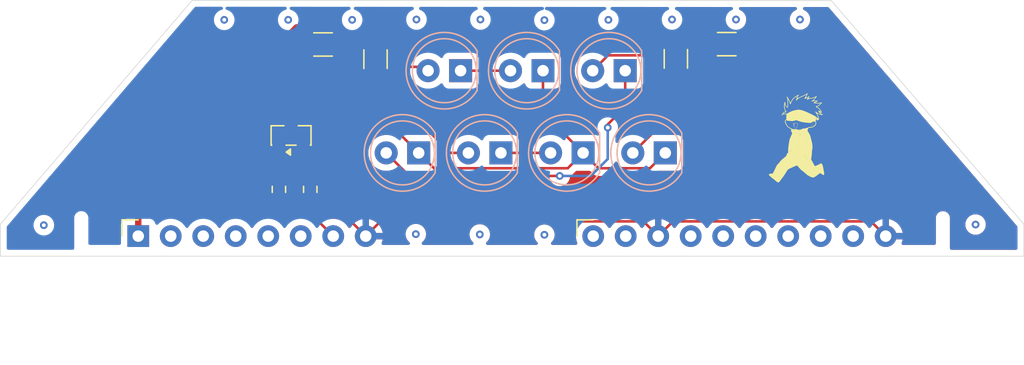
<source format=kicad_pcb>
(kicad_pcb (version 20241229) (generator "pcbnew") (generator_version "9.0")
  (layers (0 "F.Cu" signal) (2 "B.Cu" signal) (13 "F.Paste" user) (15 "B.Paste" user) (5 "F.SilkS" user "F.Silkscreen") (7 "B.SilkS" user "B.Silkscreen") (1 "F.Mask" user) (3 "B.Mask" user) (25 "Edge.Cuts" user))
  (net 0 "")
  (net 2 "GND")
  (net 5 "IR_EXT")
  (net 14 "+5V")
  (net 17 "Net-(D1-K)")
  (net 18 "Net-(D1-A)")
  (net 19 "Net-(D2-A)")
  (net 20 "Net-(D3-A)")
  (net 21 "Net-(D4-A)")
  (net 22 "Net-(D5-A)")
  (net 23 "Net-(D6-A)")
  (net 24 "Net-(D7-A)")
  (net 25 "Net-(Q5-G)")
  (footprint "Resistor_SMD:R_1206_3216Metric" (layer "F.Cu") (at 166.775 108.425)
    (property "Reference" "R1" (hide yes))
    (property "Value" "12" (hide yes))
    (pad "1" smd roundrect (at -1.4625 0) (size 1.125 1.75) (layers "F.Cu" "F.Mask" "F.Paste") (roundrect_rratio 0.222222) (net 14 "+5V"))
    (pad "2" smd roundrect (at 1.4625 0) (size 1.125 1.75) (layers "F.Cu" "F.Mask" "F.Paste") (roundrect_rratio 0.222222) (net 18 "Net-(D1-A)"))
  )
  (footprint "Resistor_SMD:R_1206_3216Metric" (layer "F.Cu") (at 162.8 109.575 -90)
    (property "Reference" "R3" (hide yes))
    (property "Value" "5.6" (hide yes))
    (pad "1" smd roundrect (at -1.4625 0 270) (size 1.125 1.75) (layers "F.Cu" "F.Mask" "F.Paste") (roundrect_rratio 0.222222) (net 14 "+5V"))
    (pad "2" smd roundrect (at 1.4625 0 270) (size 1.125 1.75) (layers "F.Cu" "F.Mask" "F.Paste") (roundrect_rratio 0.222222) (net 22 "Net-(D5-A)"))
  )
  (footprint "Package_TO_SOT_SMD:SOT-23" (layer "F.Cu") (at 132.725 115.5625 90)
    (property "Reference" "Q5" (hide yes))
    (property "Value" "Q_NMOS_GSD (RDs ON)" (hide yes))
    (pad "1" smd roundrect (at -0.9375 -0.95 90) (size 1.475 0.6) (layers "F.Cu" "F.Mask" "F.Paste") (net 25 "Net-(Q5-G)"))
    (pad "2" smd roundrect (at -0.9375 0.95 90) (size 1.475 0.6) (layers "F.Cu" "F.Mask" "F.Paste") (net 2 "GND"))
    (pad "3" smd roundrect (at 0.9375 0 90) (size 1.475 0.6) (layers "F.Cu" "F.Mask" "F.Paste") (net 17 "Net-(D1-K)"))
  )
  (footprint "Resistor_SMD:R_1206_3216Metric" (layer "F.Cu") (at 139.325 109.6 -90)
    (property "Reference" "R2" (hide yes))
    (property "Value" "5.6" (hide yes))
    (pad "1" smd roundrect (at -1.4625 0 270) (size 1.125 1.75) (layers "F.Cu" "F.Mask" "F.Paste") (roundrect_rratio 0.222222) (net 14 "+5V"))
    (pad "2" smd roundrect (at 1.4625 0 270) (size 1.125 1.75) (layers "F.Cu" "F.Mask" "F.Paste") (roundrect_rratio 0.222222) (net 20 "Net-(D3-A)"))
  )
  (footprint "Resistor_SMD:R_0603_1608Metric" (layer "F.Cu") (at 131.775 119.775 90)
    (property "Reference" "R7" (hide yes))
    (property "Value" "470" (hide yes))
    (pad "1" smd roundrect (at -0.825 0 90) (size 0.8 0.95) (layers "F.Cu" "F.Mask" "F.Paste") (net 5 "IR_EXT"))
    (pad "2" smd roundrect (at 0.825 0 90) (size 0.8 0.95) (layers "F.Cu" "F.Mask" "F.Paste") (net 25 "Net-(Q5-G)"))
  )
  (footprint "Resistor_SMD:R_0603_1608Metric" (layer "F.Cu") (at 134.225 119.775 -90)
    (property "Reference" "R5" (hide yes))
    (property "Value" "100k" (hide yes))
    (pad "1" smd roundrect (at -0.825 0 270) (size 0.8 0.95) (layers "F.Cu" "F.Mask" "F.Paste") (net 2 "GND"))
    (pad "2" smd roundrect (at 0.825 0 270) (size 0.8 0.95) (layers "F.Cu" "F.Mask" "F.Paste") (net 5 "IR_EXT"))
  )
  (footprint "Module:Flipper_Zero_Angled" (layer "F.Cu") (at 120.78 123.43)
    (property "Reference" "A1" (hide yes))
    (property "Value" "Flipper_Zero" (hide yes))
    (pad "1" thru_hole rect (at 0 0 90) (size 1.7 1.7) (drill 0.9) (layers "*.Cu" "*.Mask") (net 14 "+5V"))
    (pad "2" thru_hole oval (at 2.54 0 90) (size 1.7 1.7) (drill 0.9) (layers "*.Cu" "*.Mask"))
    (pad "3" thru_hole oval (at 5.08 0 90) (size 1.7 1.7) (drill 0.9) (layers "*.Cu" "*.Mask"))
    (pad "4" thru_hole oval (at 7.62 0 90) (size 1.7 1.7) (drill 0.9) (layers "*.Cu" "*.Mask"))
    (pad "5" thru_hole oval (at 10.16 0 90) (size 1.7 1.7) (drill 0.9) (layers "*.Cu" "*.Mask"))
    (pad "6" thru_hole oval (at 12.7 0 90) (size 1.7 1.7) (drill 0.9) (layers "*.Cu" "*.Mask"))
    (pad "7" thru_hole oval (at 15.24 0 90) (size 1.7 1.7) (drill 0.9) (layers "*.Cu" "*.Mask") (net 5 "IR_EXT"))
    (pad "8" thru_hole oval (at 17.78 0 90) (size 1.7 1.7) (drill 0.9) (layers "*.Cu" "*.Mask") (net 2 "GND"))
    (pad "9" thru_hole oval (at 35.56 0 90) (size 1.7 1.7) (drill 0.9) (layers "*.Cu" "*.Mask"))
    (pad "10" thru_hole oval (at 38.1 0 90) (size 1.7 1.7) (drill 0.9) (layers "*.Cu" "*.Mask"))
    (pad "11" thru_hole oval (at 40.64 0 90) (size 1.7 1.7) (drill 0.9) (layers "*.Cu" "*.Mask") (net 2 "GND"))
    (pad "12" thru_hole oval (at 43.18 0 90) (size 1.7 1.7) (drill 0.9) (layers "*.Cu" "*.Mask"))
    (pad "13" thru_hole oval (at 45.72 0 90) (size 1.7 1.7) (drill 0.9) (layers "*.Cu" "*.Mask"))
    (pad "14" thru_hole oval (at 48.26 0 90) (size 1.7 1.7) (drill 0.9) (layers "*.Cu" "*.Mask"))
    (pad "15" thru_hole oval (at 50.8 0 90) (size 1.7 1.7) (drill 0.9) (layers "*.Cu" "*.Mask"))
    (pad "16" thru_hole oval (at 53.34 0 90) (size 1.7 1.7) (drill 0.9) (layers "*.Cu" "*.Mask"))
    (pad "17" thru_hole oval (at 55.88 0 90) (size 1.7 1.7) (drill 0.9) (layers "*.Cu" "*.Mask"))
    (pad "18" thru_hole oval (at 58.42 0 90) (size 1.7 1.7) (drill 0.9) (layers "*.Cu" "*.Mask") (net 2 "GND"))
  )
  (footprint "Resistor_SMD:R_1206_3216Metric" (layer "F.Cu") (at 135.225 108.45 180)
    (property "Reference" "R4" (hide yes))
    (property "Value" "5.6" (hide yes))
    (pad "1" smd roundrect (at -1.4625 0 180) (size 1.125 1.75) (layers "F.Cu" "F.Mask" "F.Paste") (roundrect_rratio 0.222222) (net 14 "+5V"))
    (pad "2" smd roundrect (at 1.4625 0 180) (size 1.125 1.75) (layers "F.Cu" "F.Mask" "F.Paste") (roundrect_rratio 0.222222) (net 24 "Net-(D7-A)"))
  )
  (footprint "Graphics:larger baby gojo" (layer "F.Cu") (at 172.4 115.425)
    (property "Reference" "G***" (hide yes))
    (property "Value" "LOGO" (hide yes))
  )
  (footprint "LED_THT:LED_D5.0mm" (layer "B.Cu") (at 155.55 116.925 180)
    (property "Reference" "D2" (hide yes))
    (property "Value" "IR_LED_960nm" (hide yes))
    (pad "1" thru_hole rect (at 0 0 180) (size 1.8 1.8) (drill 0.9) (layers "*.Cu" "*.Mask") (net 17 "Net-(D1-K)"))
    (pad "2" thru_hole circle (at 2.54 0 180) (size 1.8 1.8) (drill 0.9) (layers "*.Cu" "*.Mask") (net 19 "Net-(D2-A)"))
  )
  (footprint "LED_THT:LED_D5.0mm" (layer "B.Cu") (at 158.84 110.5 180)
    (property "Reference" "D5" (hide yes))
    (property "Value" "IR_LED_960nm" (hide yes))
    (pad "1" thru_hole rect (at 0 0 180) (size 1.8 1.8) (drill 0.9) (layers "*.Cu" "*.Mask") (net 21 "Net-(D4-A)"))
    (pad "2" thru_hole circle (at 2.54 0 180) (size 1.8 1.8) (drill 0.9) (layers "*.Cu" "*.Mask") (net 22 "Net-(D5-A)"))
  )
  (footprint "LED_THT:LED_D5.0mm" (layer "B.Cu") (at 142.7 116.925 180)
    (property "Reference" "D4" (hide yes))
    (property "Value" "IR_LED_960nm" (hide yes))
    (pad "1" thru_hole rect (at 0 0 180) (size 1.8 1.8) (drill 0.9) (layers "*.Cu" "*.Mask") (net 17 "Net-(D1-K)"))
    (pad "2" thru_hole circle (at 2.54 0 180) (size 1.8 1.8) (drill 0.9) (layers "*.Cu" "*.Mask") (net 21 "Net-(D4-A)"))
  )
  (footprint "LED_THT:LED_D5.0mm" (layer "B.Cu") (at 152.415 110.5 180)
    (property "Reference" "D6" (hide yes))
    (property "Value" "IR_LED_960nm" (hide yes))
    (pad "1" thru_hole rect (at 0 0 180) (size 1.8 1.8) (drill 0.9) (layers "*.Cu" "*.Mask") (net 17 "Net-(D1-K)"))
    (pad "2" thru_hole circle (at 2.54 0 180) (size 1.8 1.8) (drill 0.9) (layers "*.Cu" "*.Mask") (net 23 "Net-(D6-A)"))
  )
  (footprint "LED_THT:LED_D5.0mm" (layer "B.Cu") (at 145.975 110.5 180)
    (property "Reference" "D7" (hide yes))
    (property "Value" "IR_LED_960nm" (hide yes))
    (pad "1" thru_hole rect (at 0 0 180) (size 1.8 1.8) (drill 0.9) (layers "*.Cu" "*.Mask") (net 23 "Net-(D6-A)"))
    (pad "2" thru_hole circle (at 2.54 0 180) (size 1.8 1.8) (drill 0.9) (layers "*.Cu" "*.Mask") (net 24 "Net-(D7-A)"))
  )
  (footprint "LED_THT:LED_D5.0mm" (layer "B.Cu") (at 149.125 116.925 180)
    (property "Reference" "D3" (hide yes))
    (property "Value" "IR_LED_960nm" (hide yes))
    (pad "1" thru_hole rect (at 0 0 180) (size 1.8 1.8) (drill 0.9) (layers "*.Cu" "*.Mask") (net 19 "Net-(D2-A)"))
    (pad "2" thru_hole circle (at 2.54 0 180) (size 1.8 1.8) (drill 0.9) (layers "*.Cu" "*.Mask") (net 20 "Net-(D3-A)"))
  )
  (footprint "LED_THT:LED_D5.0mm" (layer "B.Cu") (at 161.975 116.925 180)
    (property "Reference" "D1" (hide yes))
    (property "Value" "IR_LED_960nm" (hide yes))
    (pad "1" thru_hole rect (at 0 0 180) (size 1.8 1.8) (drill 0.9) (layers "*.Cu" "*.Mask") (net 17 "Net-(D1-K)"))
    (pad "2" thru_hole circle (at 2.54 0 180) (size 1.8 1.8) (drill 0.9) (layers "*.Cu" "*.Mask") (net 18 "Net-(D1-A)"))
  )
  (gr_line (start 110 125) (end 110 122.5) (stroke (width 0.05)) (layer "Edge.Cuts"))
  (gr_line (start 125 105) (end 174.95 105.025) (stroke (width 0.05)) (layer "Edge.Cuts"))
  (gr_line (start 190 122.5) (end 174.95 105.025) (stroke (width 0.05)) (layer "Edge.Cuts"))
  (gr_line (start 110 125) (end 190 125) (stroke (width 0.05)) (layer "Edge.Cuts"))
  (gr_line (start 110 122.5) (end 125 105) (stroke (width 0.05)) (layer "Edge.Cuts"))
  (gr_line (start 190 125) (end 190 122.5) (stroke (width 0.05)) (layer "Edge.Cuts"))
  (via (at 142.475 123.275) (size 0.6) (drill 0.3) (layers "F.Cu" "B.Cu") (net 0))
  (via (at 152.525 106.55) (size 0.6) (drill 0.3) (layers "F.Cu" "B.Cu") (net 0))
  (via (at 152.525 123.325) (size 0.6) (drill 0.3) (layers "F.Cu" "B.Cu") (net 0))
  (via (at 147.525 106.5) (size 0.6) (drill 0.3) (layers "F.Cu" "B.Cu") (net 0))
  (via (at 132.5 106.525) (size 0.6) (drill 0.3) (layers "F.Cu" "B.Cu") (net 0))
  (via (at 162.5 106.5) (size 0.6) (drill 0.3) (layers "F.Cu" "B.Cu") (net 0))
  (via (at 147.475 123.3) (size 0.6) (drill 0.3) (layers "F.Cu" "B.Cu") (net 0))
  (via (at 186.225 122.525) (size 0.6) (drill 0.3) (layers "F.Cu" "B.Cu") (net 0))
  (via (at 142.525 106.5) (size 0.6) (drill 0.3) (layers "F.Cu" "B.Cu") (net 0))
  (via (at 137.5 106.525) (size 0.6) (drill 0.3) (layers "F.Cu" "B.Cu") (net 0))
  (via (at 157.525 106.525) (size 0.6) (drill 0.3) (layers "F.Cu" "B.Cu") (net 0))
  (via (at 127.5 106.525) (size 0.6) (drill 0.3) (layers "F.Cu" "B.Cu") (net 0))
  (via (at 172.5 106.5) (size 0.6) (drill 0.3) (layers "F.Cu" "B.Cu") (net 0))
  (via (at 167.5 106.5) (size 0.6) (drill 0.3) (layers "F.Cu" "B.Cu") (net 0))
  (via (at 113.4 122.575) (size 0.6) (drill 0.3) (layers "F.Cu" "B.Cu") (net 0))
  (segment (start 134.225 119.095) (end 138.56 123.43) (width 0.2) (layer "F.Cu") (net 2))
  (segment (start 139.711 122.279) (end 160.269 122.279) (width 0.2) (layer "F.Cu") (net 2))
  (segment (start 178.049 122.279) (end 179.2 123.43) (width 0.2) (layer "F.Cu") (net 2))
  (segment (start 134.225 117.05) (end 133.675 116.5) (width 0.2) (layer "F.Cu") (net 2))
  (segment (start 134.225 118.95) (end 134.225 119.095) (width 0.2) (layer "F.Cu") (net 2))
  (segment (start 162.571 122.279) (end 178.049 122.279) (width 0.2) (layer "F.Cu") (net 2))
  (segment (start 134.225 118.95) (end 134.225 117.05) (width 0.2) (layer "F.Cu") (net 2))
  (segment (start 160.269 122.279) (end 161.42 123.43) (width 0.2) (layer "F.Cu") (net 2))
  (segment (start 161.42 123.43) (end 162.571 122.279) (width 0.2) (layer "F.Cu") (net 2))
  (segment (start 138.56 123.43) (end 139.711 122.279) (width 0.2) (layer "F.Cu") (net 2))
  (segment (start 136.02 123.43) (end 134.225 121.635) (width 0.2) (layer "F.Cu") (net 5))
  (segment (start 134.225 121.635) (end 134.225 120.6) (width 0.2) (layer "F.Cu") (net 5))
  (segment (start 134.225 120.6) (end 131.775 120.6) (width 0.2) (layer "F.Cu") (net 5))
  (segment (start 139.325 108.1375) (end 137 108.1375) (width 0.5) (layer "F.Cu") (net 14))
  (segment (start 136.6875 108.45) (end 135.3615 107.124) (width 0.5) (layer "F.Cu") (net 14))
  (segment (start 137 108.1375) (end 136.6875 108.45) (width 0.5) (layer "F.Cu") (net 14))
  (segment (start 133.152708 107.124) (end 120.78 119.496708) (width 0.5) (layer "F.Cu") (net 14))
  (segment (start 135.3615 107.124) (end 133.152708 107.124) (width 0.5) (layer "F.Cu") (net 14))
  (segment (start 162.8 108.1125) (end 165 108.1125) (width 0.5) (layer "F.Cu") (net 14))
  (segment (start 162.7875 108.1125) (end 162.7625 108.1375) (width 0.5) (layer "F.Cu") (net 14))
  (segment (start 162.7625 108.1375) (end 139.325 108.1375) (width 0.5) (layer "F.Cu") (net 14))
  (segment (start 162.8 108.1125) (end 162.7875 108.1125) (width 0.5) (layer "F.Cu") (net 14))
  (segment (start 165 108.1125) (end 165.3125 108.425) (width 0.5) (layer "F.Cu") (net 14))
  (segment (start 120.78 119.496708) (end 120.78 123.43) (width 0.5) (layer "F.Cu") (net 14))
  (segment (start 160.774 118.126) (end 161.975 116.925) (width 0.2) (layer "F.Cu") (net 17))
  (segment (start 154.349 118.126) (end 155.55 116.925) (width 0.2) (layer "F.Cu") (net 17))
  (segment (start 140.4 114.625) (end 142.7 116.925) (width 0.2) (layer "F.Cu") (net 17))
  (segment (start 156.751 118.126) (end 160.774 118.126) (width 0.2) (layer "F.Cu") (net 17))
  (segment (start 155.55 116.925) (end 156.751 118.126) (width 0.2) (layer "F.Cu") (net 17))
  (segment (start 143.901 118.126) (end 154.349 118.126) (width 0.2) (layer "F.Cu") (net 17))
  (segment (start 132.725 114.625) (end 140.4 114.625) (width 0.2) (layer "F.Cu") (net 17))
  (segment (start 152.415 113.79) (end 155.55 116.925) (width 0.2) (layer "F.Cu") (net 17))
  (segment (start 142.7 116.925) (end 143.901 118.126) (width 0.2) (layer "F.Cu") (net 17))
  (segment (start 152.415 110.5) (end 152.415 113.79) (width 0.2) (layer "F.Cu") (net 17))
  (segment (start 167.935 108.425) (end 168.2375 108.425) (width 0.2) (layer "F.Cu") (net 18))
  (segment (start 159.435 116.925) (end 167.935 108.425) (width 0.2) (layer "F.Cu") (net 18))
  (segment (start 149.125 116.925) (end 153.01 116.925) (width 0.2) (layer "F.Cu") (net 19))
  (segment (start 145.1875 116.925) (end 139.325 111.0625) (width 0.2) (layer "F.Cu") (net 20))
  (segment (start 146.585 116.925) (end 145.1875 116.925) (width 0.2) (layer "F.Cu") (net 20))
  (segment (start 141.961 118.726) (end 153.725 118.726) (width 0.2) (layer "F.Cu") (net 21))
  (segment (start 140.16 116.925) (end 141.961 118.726) (width 0.2) (layer "F.Cu") (net 21))
  (segment (start 157.475 114.95) (end 157.475 114.7) (width 0.2) (layer "F.Cu") (net 21))
  (segment (start 157.475 114.7) (end 158.84 113.335) (width 0.2) (layer "F.Cu") (net 21))
  (segment (start 158.84 113.335) (end 158.84 110.5) (width 0.2) (layer "F.Cu") (net 21))
  (via (at 153.725 118.726) (size 0.6) (drill 0.3) (layers "F.Cu" "B.Cu") (net 21))
  (via (at 157.475 114.95) (size 0.6) (drill 0.3) (layers "F.Cu" "B.Cu") (net 21))
  (segment (start 157.475 117.402) (end 157.475 114.95) (width 0.2) (layer "B.Cu") (net 21))
  (segment (start 153.725 118.726) (end 156.151 118.726) (width 0.2) (layer "B.Cu") (net 21))
  (segment (start 156.151 118.726) (end 157.475 117.402) (width 0.2) (layer "B.Cu") (net 21))
  (segment (start 161.0615 109.299) (end 157.501 109.299) (width 0.2) (layer "F.Cu") (net 22))
  (segment (start 162.8 111.0375) (end 161.0615 109.299) (width 0.2) (layer "F.Cu") (net 22))
  (segment (start 157.501 109.299) (end 156.3 110.5) (width 0.2) (layer "F.Cu") (net 22))
  (segment (start 149.875 110.5) (end 145.975 110.5) (width 0.2) (layer "F.Cu") (net 23))
  (segment (start 133.7625 108.45) (end 135.5115 110.199) (width 0.2) (layer "F.Cu") (net 24))
  (segment (start 143.134 110.199) (end 143.435 110.5) (width 0.2) (layer "F.Cu") (net 24))
  (segment (start 135.5115 110.199) (end 143.134 110.199) (width 0.2) (layer "F.Cu") (net 24))
  (segment (start 131.775 118.95) (end 131.775 116.5) (width 0.2) (layer "F.Cu") (net 25))
  (zone (net 2) (net_name "GND") (layers "F.Cu" "B.Cu") (priority 1) (connect_pads (clearance 0.5)) (min_thickness 0.25) (fill yes (thermal_gap 0.5) (thermal_bridge_width 0.5))
    (polygon (pts (xy 190 125) (xy 190 122.5) (xy 174.95 105.025) (xy 125 105) (xy 110 122.5) (xy 110 125)))
  )
)
</source>
